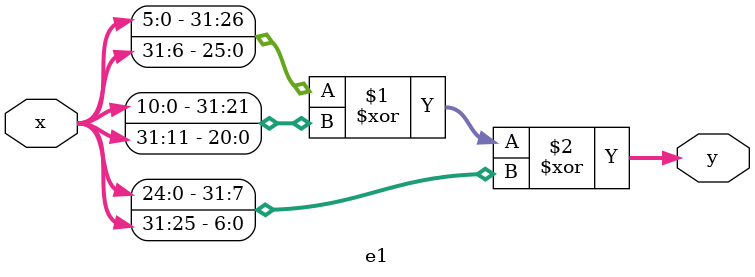
<source format=v>
module e1 (x, y);
	input [31:0] x;
	output [31:0] y;
	assign y = {x[5:0],x[31:6]} ^ {x[10:0],x[31:11]} ^ {x[24:0],x[31:25]};
endmodule
</source>
